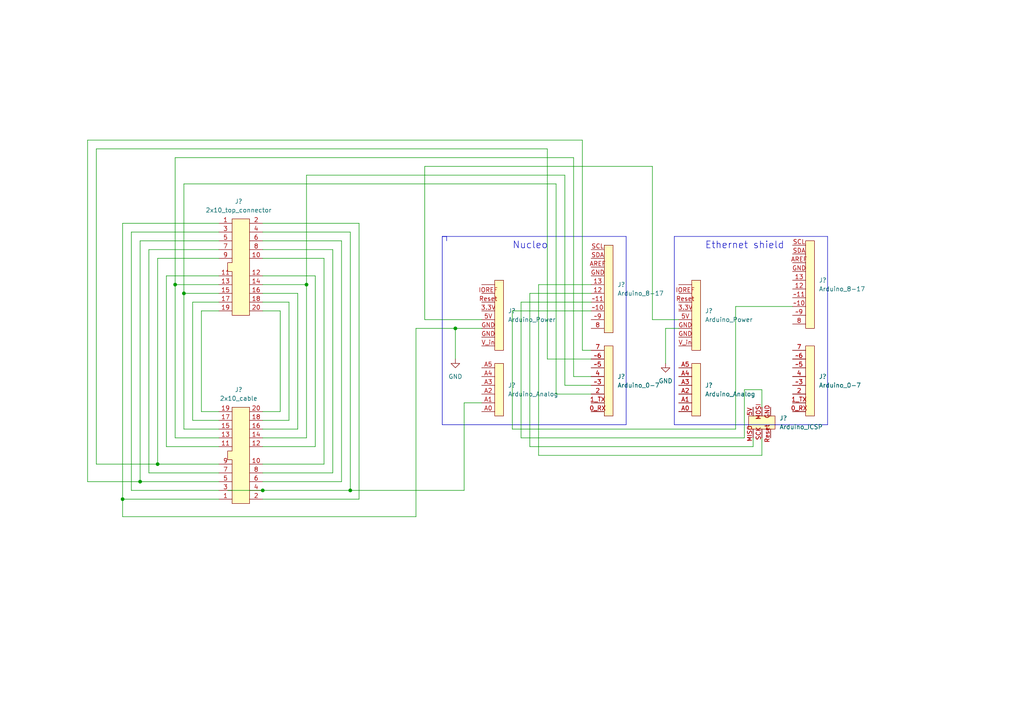
<source format=kicad_sch>
(kicad_sch (version 20230121) (generator eeschema)
  (paper "A4")
  (lib_symbols
    (symbol "Treadmill:2x10_cable" (pin_names (offset 1.016) hide)
      (property "Reference" "J" (at 0 16.51 0))
      (property "Value" "2x10_cable" (at 0 -16.51 0))
      (symbol "2x10_cable_0_1"
        (polyline (pts (xy -3.81 1.27) (xy -3.81 -1.27) (xy -2.54 -1.27) (xy -2.54 -13.97) (xy 2.54 -13.97) (xy 2.54 13.97) (xy -2.54 13.97) (xy -2.54 1.27) (xy -3.81 1.27)) (fill (type background)))
      )
      (symbol "2x10_cable_1_1"
        (pin passive line (at -6.35 -12.7 0) (length 3.81) (name "Pin_1") (number "1"))
        (pin passive line (at 6.35 -2.54 180) (length 3.81) (name "Pin_10") (number "10"))
        (pin passive line (at -6.35 2.54 0) (length 3.81) (name "Pin_11") (number "11"))
        (pin passive line (at 6.35 2.54 180) (length 3.81) (name "Pin_12") (number "12"))
        (pin passive line (at -6.35 5.08 0) (length 3.81) (name "Pin_13") (number "13"))
        (pin passive line (at 6.35 5.08 180) (length 3.81) (name "Pin_14") (number "14"))
        (pin passive line (at -6.35 7.62 0) (length 3.81) (name "Pin_15") (number "15"))
        (pin passive line (at 6.35 7.62 180) (length 3.81) (name "Pin_16") (number "16"))
        (pin passive line (at -6.35 10.16 0) (length 3.81) (name "Pin_17") (number "17"))
        (pin passive line (at 6.35 10.16 180) (length 3.81) (name "Pin_18") (number "18"))
        (pin passive line (at -6.35 12.7 0) (length 3.81) (name "Pin_19") (number "19"))
        (pin passive line (at 6.35 -12.7 180) (length 3.81) (name "Pin_2") (number "2"))
        (pin passive line (at 6.35 12.7 180) (length 3.81) (name "Pin_20") (number "20"))
        (pin passive line (at -6.35 -10.16 0) (length 3.81) (name "Pin_3") (number "3"))
        (pin passive line (at 6.35 -10.16 180) (length 3.81) (name "Pin_4") (number "4"))
        (pin passive line (at -6.35 -7.62 0) (length 3.81) (name "Pin_5") (number "5"))
        (pin passive line (at 6.35 -7.62 180) (length 3.81) (name "Pin_6") (number "6"))
        (pin passive line (at -6.35 -5.08 0) (length 3.81) (name "Pin_7") (number "7"))
        (pin passive line (at 6.35 -5.08 180) (length 3.81) (name "Pin_8") (number "8"))
        (pin passive line (at -6.35 -2.54 0) (length 3.81) (name "Pin_9") (number "9"))
      )
    )
    (symbol "Treadmill:2x10_top_connector" (pin_names hide)
      (property "Reference" "J" (at 0 15.875 0))
      (property "Value" "2x10_top_connector" (at 0 -16.51 0))
      (symbol "2x10_top_connector_0_1"
        (polyline (pts (xy -3.81 1.27) (xy -3.81 -1.27) (xy -2.54 -1.27) (xy -2.54 -13.97) (xy 2.54 -13.97) (xy 2.54 13.97) (xy -2.54 13.97) (xy -2.54 1.27) (xy -3.81 1.27)) (fill (type background)))
      )
      (symbol "2x10_top_connector_1_1"
        (pin passive line (at -6.35 12.7 0) (length 3.81) (name "Pin_1") (number "1"))
        (pin passive line (at 6.35 2.54 180) (length 3.81) (name "Pin_10") (number "10"))
        (pin passive line (at -6.35 -2.54 0) (length 3.81) (name "Pin_11") (number "11"))
        (pin passive line (at 6.35 -2.54 180) (length 3.81) (name "Pin_12") (number "12"))
        (pin passive line (at -6.35 -5.08 0) (length 3.81) (name "Pin_13") (number "13"))
        (pin passive line (at 6.35 -5.08 180) (length 3.81) (name "Pin_14") (number "14"))
        (pin passive line (at -6.35 -7.62 0) (length 3.81) (name "Pin_15") (number "15"))
        (pin passive line (at 6.35 -7.62 180) (length 3.81) (name "Pin_16") (number "16"))
        (pin passive line (at -6.35 -10.16 0) (length 3.81) (name "Pin_17") (number "17"))
        (pin passive line (at 6.35 -10.16 180) (length 3.81) (name "Pin_18") (number "18"))
        (pin passive line (at -6.35 -12.7 0) (length 3.81) (name "Pin_19") (number "19"))
        (pin passive line (at 6.35 12.7 180) (length 3.81) (name "Pin_2") (number "2"))
        (pin passive line (at 6.35 -12.7 180) (length 3.81) (name "Pin_20") (number "20"))
        (pin passive line (at -6.35 10.16 0) (length 3.81) (name "Pin_3") (number "3"))
        (pin passive line (at 6.35 10.16 180) (length 3.81) (name "Pin_4") (number "4"))
        (pin passive line (at -6.35 7.62 0) (length 3.81) (name "Pin_5") (number "5"))
        (pin passive line (at 6.35 7.62 180) (length 3.81) (name "Pin_6") (number "6"))
        (pin passive line (at -6.35 5.08 0) (length 3.81) (name "Pin_7") (number "7"))
        (pin passive line (at 6.35 5.08 180) (length 3.81) (name "Pin_8") (number "8"))
        (pin passive line (at -6.35 2.54 0) (length 3.81) (name "Pin_9") (number "9"))
      )
    )
    (symbol "Treadmill:Arduino_0-7" (pin_names hide)
      (property "Reference" "J" (at 0 11.43 0))
      (property "Value" "Arduino_0-7" (at 0 -11.43 0))
      (symbol "Arduino_0-7_0_1"
        (rectangle (start -1.27 10.16) (end 1.27 -10.16) (fill (type background)))
      )
      (symbol "Arduino_0-7_1_1"
        (pin passive line (at -5.08 -8.89 0) (length 3.81) (name "Pin_0") (number "0_RX"))
        (pin passive line (at -5.08 -6.35 0) (length 3.81) (name "Pin_1") (number "1_TX"))
        (pin passive line (at -5.08 -3.81 0) (length 3.81) (name "Pin_2") (number "2"))
        (pin passive line (at -5.08 1.27 0) (length 3.81) (name "Pin_4") (number "4"))
        (pin passive line (at -5.08 8.89 0) (length 3.81) (name "Pin_7") (number "7"))
        (pin passive line (at -5.08 -1.27 0) (length 3.81) (name "Pin_3") (number "~3"))
        (pin passive line (at -5.08 3.81 0) (length 3.81) (name "Pin_5") (number "~5"))
        (pin passive line (at -5.08 6.35 0) (length 3.81) (name "Pin_6") (number "~6"))
      )
    )
    (symbol "Treadmill:Arduino_8-17" (pin_names hide)
      (property "Reference" "J" (at 0 13.97 0))
      (property "Value" "Arduino_8-17" (at -1.27 -13.97 0))
      (symbol "Arduino_8-17_0_1"
        (rectangle (start -1.27 12.7) (end 1.27 -12.7) (fill (type background)))
      )
      (symbol "Arduino_8-17_1_1"
        (pin passive line (at -5.08 -1.27 0) (length 3.81) (name "Pin_12") (number "12"))
        (pin passive line (at -5.08 1.27 0) (length 3.81) (name "Pin_13") (number "13"))
        (pin passive line (at -5.08 -11.43 0) (length 3.81) (name "Pin_8") (number "8"))
        (pin passive line (at -5.08 6.35 0) (length 3.81) (name "Pin_15") (number "AREF"))
        (pin passive line (at -5.08 3.81 0) (length 3.81) (name "Pin_14") (number "GND"))
        (pin passive line (at -5.08 11.43 0) (length 3.81) (name "Pin_17") (number "SCL"))
        (pin passive line (at -5.08 8.89 0) (length 3.81) (name "Pin_16") (number "SDA"))
        (pin passive line (at -5.08 -6.35 0) (length 3.81) (name "Pin_10") (number "~10"))
        (pin passive line (at -5.08 -3.81 0) (length 3.81) (name "Pin_11") (number "~11"))
        (pin passive line (at -5.08 -8.89 0) (length 3.81) (name "Pin_9") (number "~9"))
      )
    )
    (symbol "Treadmill:Arduino_Analog" (pin_names hide)
      (property "Reference" "J" (at 0 8.89 0))
      (property "Value" "Arduino_Analog" (at 0 -10.16 0))
      (symbol "Arduino_Analog_0_1"
        (rectangle (start -1.27 7.62) (end 1.27 -7.62) (fill (type background)))
      )
      (symbol "Arduino_Analog_1_1"
        (pin passive line (at -5.08 -6.35 0) (length 3.81) (name "Pin_A0") (number "A0"))
        (pin passive line (at -5.08 -3.81 0) (length 3.81) (name "Pin_A1") (number "A1"))
        (pin passive line (at -5.08 -1.27 0) (length 3.81) (name "Pin_A2") (number "A2"))
        (pin passive line (at -5.08 1.27 0) (length 3.81) (name "Pin_A3") (number "A3"))
        (pin passive line (at -5.08 3.81 0) (length 3.81) (name "Pin_A4") (number "A4"))
        (pin passive line (at -5.08 6.35 0) (length 3.81) (name "Pin_A5") (number "A5"))
      )
    )
    (symbol "Treadmill:Arduino_ICSP" (pin_names hide)
      (property "Reference" "J" (at -5.08 0 0))
      (property "Value" "Arduino_ICSP" (at 5.08 0 90))
      (symbol "Arduino_ICSP_0_1"
        (rectangle (start -3.81 -1.27) (end 3.81 2.54) (fill (type background)))
      )
      (symbol "Arduino_ICSP_1_1"
        (pin power_out line (at -2.54 5.08 270) (length 2.54) (name "5V") (number "5V"))
        (pin passive line (at 2.54 5.08 270) (length 2.54) (name "GND") (number "GND"))
        (pin passive line (at -2.54 -3.81 90) (length 2.54) (name "MISO") (number "MISO"))
        (pin passive line (at 0 5.08 270) (length 2.54) (name "MOSI") (number "MOSI"))
        (pin passive line (at 2.54 -3.81 90) (length 2.54) (name "Reset") (number "Reset"))
        (pin passive line (at 0 -3.81 90) (length 2.54) (name "SCK") (number "SCK"))
      )
    )
    (symbol "Treadmill:Arduino_Power" (pin_names hide)
      (property "Reference" "J" (at 0 11.43 0))
      (property "Value" "Arduino_Power" (at 0 -11.43 0))
      (symbol "Arduino_Power_0_1"
        (rectangle (start -1.27 10.16) (end 1.27 -10.16) (fill (type background)))
      )
      (symbol "Arduino_Power_1_1"
        (pin passive line (at -5.08 8.89 0) (length 3.81) (name "?") (number ""))
        (pin power_out line (at -5.08 1.27 0) (length 3.81) (name "3.3V") (number "3.3V"))
        (pin power_out line (at -5.08 -1.27 0) (length 3.81) (name "5V") (number "5V"))
        (pin passive line (at -5.08 -6.35 0) (length 3.81) (name "GND1") (number "GND"))
        (pin passive line (at -5.08 -3.81 0) (length 3.81) (name "GND2") (number "GND"))
        (pin passive line (at -5.08 6.35 0) (length 3.81) (name "IOREF") (number "IOREF"))
        (pin passive line (at -5.08 3.81 0) (length 3.81) (name "Reset") (number "Reset"))
        (pin power_in line (at -5.08 -8.89 0) (length 3.81) (name "V_in") (number "V_in"))
      )
    )
    (symbol "power:GND" (power) (pin_names (offset 0))
      (property "Value" "GND" (at 0 -3.81 0))
      (symbol "GND_0_1"
        (polyline (pts (xy 0 0) (xy 0 -1.27) (xy 1.27 -1.27) (xy 0 -2.54) (xy -1.27 -1.27) (xy 0 -1.27)))
      )
      (symbol "GND_1_1"
        (pin power_in line (at 0 0 270) (length 0) hide (name "GND") (number "1"))
      )
    )
  )
  (junction (at 132.08 95.25))
  (junction (at 45.72 134.62))
  (junction (at 101.6 142.24))
  (junction (at 40.64 139.7))
  (junction (at 50.8 82.55))
  (junction (at 53.34 85.09))
  (junction (at 35.56 144.78))
  (junction (at 76.2 142.24))
  (junction (at 88.9 82.55))
  (wire (pts (xy 151.13 127) (xy 151.13 87.63)))
  (wire (pts (xy 153.67 85.09) (xy 171.45 85.09)))
  (wire (pts (xy 153.67 129.54) (xy 153.67 85.09)))
  (wire (pts (xy 86.36 124.46) (xy 86.36 85.09)))
  (wire (pts (xy 101.6 142.24) (xy 134.62 142.24)))
  (wire (pts (xy 63.5 64.77) (xy 35.56 64.77)))
  (wire (pts (xy 91.44 129.54) (xy 91.44 80.01)))
  (wire (pts (xy 166.37 45.72) (xy 166.37 109.22)))
  (wire (pts (xy 196.85 92.71) (xy 189.23 92.71)))
  (polyline (pts (xy 128.27 68.58) (xy 181.61 68.58)))
  (wire (pts (xy 104.14 64.77) (xy 76.2 64.77)))
  (wire (pts (xy 132.08 95.25) (xy 132.08 104.14)))
  (wire (pts (xy 163.83 111.76) (xy 171.45 111.76)))
  (wire (pts (xy 48.26 80.01) (xy 63.5 80.01)))
  (wire (pts (xy 166.37 109.22) (xy 171.45 109.22)))
  (wire (pts (xy 50.8 82.55) (xy 50.8 45.72)))
  (wire (pts (xy 220.98 127) (xy 220.98 132.08)))
  (wire (pts (xy 53.34 53.34) (xy 161.29 53.34)))
  (wire (pts (xy 189.23 48.26) (xy 123.19 48.26)))
  (wire (pts (xy 38.1 142.24) (xy 38.1 67.31)))
  (wire (pts (xy 88.9 127) (xy 76.2 127)))
  (wire (pts (xy 156.21 82.55) (xy 171.45 82.55)))
  (wire (pts (xy 81.28 90.17) (xy 76.2 90.17)))
  (wire (pts (xy 45.72 134.62) (xy 63.5 134.62)))
  (wire (pts (xy 76.2 119.38) (xy 81.28 119.38)))
  (wire (pts (xy 58.42 119.38) (xy 58.42 90.17)))
  (wire (pts (xy 220.98 132.08) (xy 156.21 132.08)))
  (wire (pts (xy 132.08 95.25) (xy 139.7 95.25)))
  (wire (pts (xy 63.5 69.85) (xy 40.64 69.85)))
  (wire (pts (xy 50.8 82.55) (xy 50.8 127)))
  (wire (pts (xy 76.2 144.78) (xy 104.14 144.78)))
  (wire (pts (xy 63.5 119.38) (xy 58.42 119.38)))
  (wire (pts (xy 134.62 142.24) (xy 134.62 116.84)))
  (wire (pts (xy 168.91 101.6) (xy 168.91 40.64)))
  (wire (pts (xy 27.94 134.62) (xy 45.72 134.62)))
  (wire (pts (xy 91.44 80.01) (xy 76.2 80.01)))
  (wire (pts (xy 50.8 45.72) (xy 166.37 45.72)))
  (wire (pts (xy 148.59 124.46) (xy 213.36 124.46)))
  (wire (pts (xy 123.19 92.71) (xy 139.7 92.71)))
  (wire (pts (xy 63.5 74.93) (xy 45.72 74.93)))
  (wire (pts (xy 88.9 82.55) (xy 88.9 50.8)))
  (wire (pts (xy 120.65 149.86) (xy 120.65 95.25)))
  (wire (pts (xy 76.2 129.54) (xy 91.44 129.54)))
  (wire (pts (xy 218.44 129.54) (xy 153.67 129.54)))
  (wire (pts (xy 43.18 137.16) (xy 43.18 72.39)))
  (wire (pts (xy 99.06 139.7) (xy 99.06 69.85)))
  (wire (pts (xy 99.06 139.7) (xy 76.2 139.7)))
  (wire (pts (xy 45.72 74.93) (xy 45.72 134.62)))
  (wire (pts (xy 76.2 124.46) (xy 86.36 124.46)))
  (wire (pts (xy 76.2 121.92) (xy 83.82 121.92)))
  (wire (pts (xy 120.65 95.25) (xy 132.08 95.25)))
  (wire (pts (xy 134.62 116.84) (xy 139.7 116.84)))
  (wire (pts (xy 53.34 85.09) (xy 53.34 53.34)))
  (wire (pts (xy 50.8 127) (xy 63.5 127)))
  (polyline (pts (xy 195.58 123.19) (xy 240.03 123.19)))
  (wire (pts (xy 151.13 87.63) (xy 171.45 87.63)))
  (wire (pts (xy 220.98 113.03) (xy 215.9 113.03)))
  (wire (pts (xy 63.5 142.24) (xy 38.1 142.24)))
  (wire (pts (xy 43.18 72.39) (xy 63.5 72.39)))
  (wire (pts (xy 123.19 48.26) (xy 123.19 92.71)))
  (wire (pts (xy 93.98 74.93) (xy 93.98 134.62)))
  (wire (pts (xy 63.5 124.46) (xy 53.34 124.46)))
  (wire (pts (xy 88.9 82.55) (xy 88.9 127)))
  (wire (pts (xy 104.14 144.78) (xy 104.14 64.77)))
  (wire (pts (xy 163.83 50.8) (xy 163.83 111.76)))
  (wire (pts (xy 35.56 64.77) (xy 35.56 144.78)))
  (wire (pts (xy 66.04 142.24) (xy 76.2 142.24)))
  (wire (pts (xy 63.5 87.63) (xy 55.88 87.63)))
  (wire (pts (xy 213.36 124.46) (xy 213.36 88.9)))
  (wire (pts (xy 101.6 67.31) (xy 101.6 142.24)))
  (wire (pts (xy 161.29 53.34) (xy 161.29 114.3)))
  (wire (pts (xy 158.75 43.18) (xy 27.94 43.18)))
  (wire (pts (xy 193.04 95.25) (xy 196.85 95.25)))
  (wire (pts (xy 40.64 139.7) (xy 63.5 139.7)))
  (wire (pts (xy 158.75 104.14) (xy 171.45 104.14)))
  (polyline (pts (xy 128.27 68.58) (xy 129.54 68.58)))
  (polyline (pts (xy 129.54 68.58) (xy 129.54 69.85)))
  (wire (pts (xy 76.2 142.24) (xy 101.6 142.24)))
  (wire (pts (xy 218.44 127) (xy 218.44 129.54)))
  (wire (pts (xy 158.75 43.18) (xy 158.75 104.14)))
  (wire (pts (xy 156.21 132.08) (xy 156.21 82.55)))
  (wire (pts (xy 63.5 129.54) (xy 48.26 129.54)))
  (wire (pts (xy 215.9 127) (xy 151.13 127)))
  (wire (pts (xy 148.59 90.17) (xy 148.59 124.46)))
  (wire (pts (xy 35.56 144.78) (xy 35.56 149.86)))
  (wire (pts (xy 93.98 134.62) (xy 76.2 134.62)))
  (wire (pts (xy 63.5 82.55) (xy 50.8 82.55)))
  (wire (pts (xy 86.36 85.09) (xy 76.2 85.09)))
  (wire (pts (xy 27.94 43.18) (xy 27.94 134.62)))
  (wire (pts (xy 63.5 137.16) (xy 43.18 137.16)))
  (wire (pts (xy 161.29 114.3) (xy 171.45 114.3)))
  (wire (pts (xy 25.4 139.7) (xy 40.64 139.7)))
  (wire (pts (xy 193.04 105.41) (xy 193.04 95.25)))
  (wire (pts (xy 35.56 149.86) (xy 120.65 149.86)))
  (wire (pts (xy 96.52 72.39) (xy 76.2 72.39)))
  (wire (pts (xy 55.88 121.92) (xy 63.5 121.92)))
  (wire (pts (xy 53.34 124.46) (xy 53.34 85.09)))
  (wire (pts (xy 76.2 67.31) (xy 101.6 67.31)))
  (polyline (pts (xy 181.61 123.19) (xy 128.27 123.19)))
  (polyline (pts (xy 195.58 123.19) (xy 195.58 68.58)))
  (polyline (pts (xy 240.03 68.58) (xy 240.03 123.19)))
  (wire (pts (xy 88.9 50.8) (xy 163.83 50.8)))
  (wire (pts (xy 48.26 129.54) (xy 48.26 80.01)))
  (wire (pts (xy 58.42 90.17) (xy 63.5 90.17)))
  (polyline (pts (xy 195.58 68.58) (xy 240.03 68.58)))
  (wire (pts (xy 171.45 90.17) (xy 148.59 90.17)))
  (wire (pts (xy 35.56 144.78) (xy 63.5 144.78)))
  (polyline (pts (xy 181.61 68.58) (xy 181.61 123.19)))
  (wire (pts (xy 213.36 88.9) (xy 229.87 88.9)))
  (polyline (pts (xy 128.27 123.19) (xy 128.27 68.58)))
  (wire (pts (xy 76.2 87.63) (xy 83.82 87.63)))
  (wire (pts (xy 171.45 101.6) (xy 168.91 101.6)))
  (wire (pts (xy 99.06 69.85) (xy 76.2 69.85)))
  (wire (pts (xy 189.23 92.71) (xy 189.23 48.26)))
  (wire (pts (xy 81.28 119.38) (xy 81.28 90.17)))
  (wire (pts (xy 53.34 85.09) (xy 63.5 85.09)))
  (wire (pts (xy 220.98 118.11) (xy 220.98 113.03)))
  (wire (pts (xy 55.88 87.63) (xy 55.88 121.92)))
  (wire (pts (xy 215.9 113.03) (xy 215.9 127)))
  (wire (pts (xy 40.64 69.85) (xy 40.64 139.7)))
  (wire (pts (xy 96.52 137.16) (xy 96.52 72.39)))
  (wire (pts (xy 25.4 40.64) (xy 25.4 139.7)))
  (wire (pts (xy 83.82 121.92) (xy 83.82 87.63)))
  (wire (pts (xy 76.2 82.55) (xy 88.9 82.55)))
  (wire (pts (xy 76.2 74.93) (xy 93.98 74.93)))
  (wire (pts (xy 38.1 67.31) (xy 63.5 67.31)))
  (wire (pts (xy 168.91 40.64) (xy 25.4 40.64)))
  (wire (pts (xy 76.2 137.16) (xy 96.52 137.16)))
  (text "Ethernet shield" (at 204.47 72.39 0) (effects (font (size 2 2)) (justify left bottom)))
  (text "Nucleo" (at 148.59 72.39 0) (effects (font (size 2 2)) (justify left bottom)))
  (symbol (lib_id "Treadmill:Arduino_8-17") (at 176.53 83.82 0) (unit 1)
    (property "Reference" "J?" (at 179.07 82.5499 0) (effects (justify left)))
    (property "Value" "Arduino_8-17" (at 179.07 85.0899 0) (effects (justify left)))
  )
  (symbol (lib_id "Treadmill:Arduino_0-7") (at 176.53 110.49 0) (unit 1)
    (property "Reference" "J?" (at 179.07 109.2199 0) (effects (justify left)))
    (property "Value" "Arduino_0-7" (at 179.07 111.7599 0) (effects (justify left)))
  )
  (symbol (lib_id "power:GND") (at 193.04 105.41 0) (unit 1)
    (property "Reference" "#PWR0102" (effects hide))
    (property "Value" "GND" (at 193.04 110.49 0))
  )
  (symbol (lib_id "Treadmill:Arduino_Power") (at 144.78 91.44 0) (unit 1)
    (property "Reference" "J?" (at 147.32 90.1699 0) (effects (justify left)))
    (property "Value" "Arduino_Power" (at 147.32 92.7099 0) (effects (justify left)))
  )
  (symbol (lib_id "Treadmill:Arduino_Analog") (at 201.93 113.03 0) (unit 1)
    (property "Reference" "J?" (at 204.47 111.7599 0) (effects (justify left)))
    (property "Value" "Arduino_Analog" (at 204.47 114.2999 0) (effects (justify left)))
  )
  (symbol (lib_id "Treadmill:Arduino_0-7") (at 234.95 110.49 0) (unit 1)
    (property "Reference" "J?" (at 237.49 109.2199 0) (effects (justify left)))
    (property "Value" "Arduino_0-7" (at 237.49 111.7599 0) (effects (justify left)))
  )
  (symbol (lib_id "Treadmill:Arduino_ICSP") (at 220.98 123.19 0) (unit 1)
    (property "Reference" "J?" (at 226.06 121.2849 0) (effects (justify left)))
    (property "Value" "Arduino_ICSP" (at 226.06 123.8249 0) (effects (justify left)))
  )
  (symbol (lib_id "power:GND") (at 132.08 104.14 0) (unit 1)
    (property "Reference" "#PWR0101" (effects hide))
    (property "Value" "GND" (at 132.08 109.22 0))
  )
  (symbol (lib_id "Treadmill:2x10_cable") (at 69.85 132.08 0) (unit 1)
    (property "Reference" "J?" (at 69.215 113.03 0))
    (property "Value" "2x10_cable" (at 69.215 115.57 0))
  )
  (symbol (lib_id "Treadmill:Arduino_Analog") (at 144.78 113.03 0) (unit 1)
    (property "Reference" "J?" (at 147.32 111.7599 0) (effects (justify left)))
    (property "Value" "Arduino_Analog" (at 147.32 114.2999 0) (effects (justify left)))
  )
  (symbol (lib_id "Treadmill:2x10_top_connector") (at 69.85 77.47 0) (unit 1)
    (property "Reference" "J?" (at 69.215 58.42 0))
    (property "Value" "2x10_top_connector" (at 69.215 60.96 0))
  )
  (symbol (lib_id "Treadmill:Arduino_Power") (at 201.93 91.44 0) (unit 1)
    (property "Reference" "J?" (at 204.47 90.1699 0) (effects (justify left)))
    (property "Value" "Arduino_Power" (at 204.47 92.7099 0) (effects (justify left)))
  )
  (symbol (lib_id "Treadmill:Arduino_8-17") (at 234.95 82.55 0) (unit 1)
    (property "Reference" "J?" (at 237.49 81.2799 0) (effects (justify left)))
    (property "Value" "Arduino_8-17" (at 237.49 83.8199 0) (effects (justify left)))
  )
)
</source>
